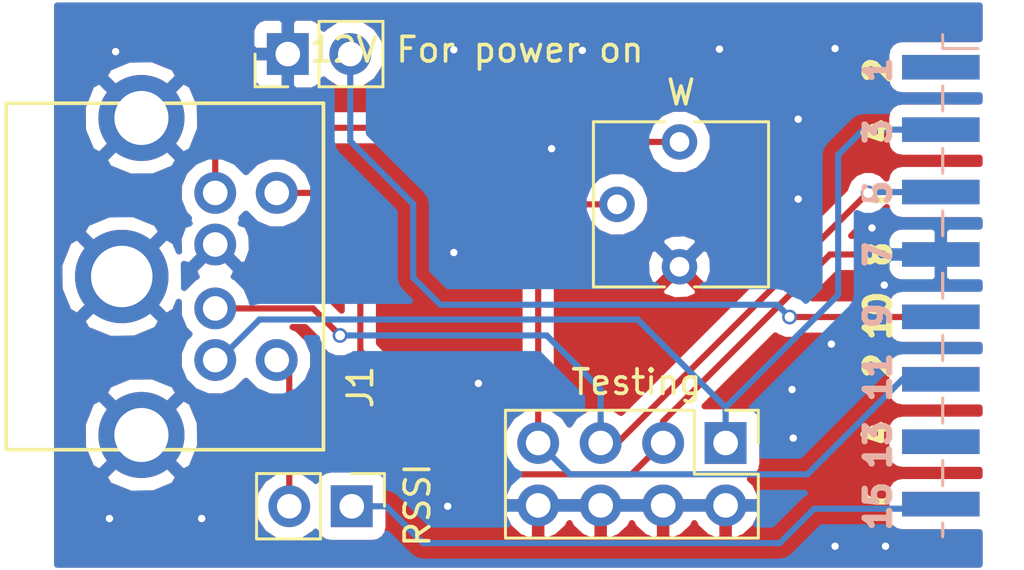
<source format=kicad_pcb>
(kicad_pcb (version 4) (host pcbnew 4.0.7)

  (general
    (links 42)
    (no_connects 0)
    (area 121.6 101.33 170.638096 126.47)
    (thickness 1.6)
    (drawings 21)
    (tracks 64)
    (zones 0)
    (modules 26)
    (nets 19)
  )

  (page A4)
  (layers
    (0 F.Cu signal)
    (31 B.Cu signal)
    (32 B.Adhes user)
    (33 F.Adhes user)
    (34 B.Paste user)
    (35 F.Paste user)
    (36 B.SilkS user)
    (37 F.SilkS user)
    (38 B.Mask user)
    (39 F.Mask user)
    (40 Dwgs.User user)
    (41 Cmts.User user)
    (42 Eco1.User user)
    (43 Eco2.User user)
    (44 Edge.Cuts user)
    (45 Margin user)
    (46 B.CrtYd user)
    (47 F.CrtYd user)
    (48 B.Fab user)
    (49 F.Fab user hide)
  )

  (setup
    (last_trace_width 0.25)
    (trace_clearance 0.2)
    (zone_clearance 0.508)
    (zone_45_only no)
    (trace_min 0.2)
    (segment_width 0.2)
    (edge_width 0.15)
    (via_size 0.6)
    (via_drill 0.4)
    (via_min_size 0.4)
    (via_min_drill 0.3)
    (uvia_size 0.3)
    (uvia_drill 0.1)
    (uvias_allowed no)
    (uvia_min_size 0.2)
    (uvia_min_drill 0.1)
    (pcb_text_width 0.3)
    (pcb_text_size 1.5 1.5)
    (mod_edge_width 0.15)
    (mod_text_size 1 1)
    (mod_text_width 0.15)
    (pad_size 0.6 0.6)
    (pad_drill 0.3)
    (pad_to_mask_clearance 0.2)
    (aux_axis_origin 0 0)
    (visible_elements 7FFFFF7F)
    (pcbplotparams
      (layerselection 0x00030_80000001)
      (usegerberextensions false)
      (excludeedgelayer true)
      (linewidth 0.100000)
      (plotframeref false)
      (viasonmask false)
      (mode 1)
      (useauxorigin false)
      (hpglpennumber 1)
      (hpglpenspeed 20)
      (hpglpendiameter 15)
      (hpglpenoverlay 2)
      (psnegative false)
      (psa4output false)
      (plotreference true)
      (plotvalue true)
      (plotinvisibletext false)
      (padsonsilk false)
      (subtractmaskfromsilk false)
      (outputformat 1)
      (mirror false)
      (drillshape 1)
      (scaleselection 1)
      (outputdirectory ""))
  )

  (net 0 "")
  (net 1 "Net-(J1-Pad5)")
  (net 2 "Net-(J1-Pad6)")
  (net 3 "Net-(J1-Pad3)")
  (net 4 "Net-(J1-Pad1)")
  (net 5 GND)
  (net 6 "Net-(J1-Pad4)")
  (net 7 "Net-(J4-Pad1)")
  (net 8 "Net-(J5-Pad1)")
  (net 9 "Net-(J5-Pad2)")
  (net 10 "Net-(J5-Pad4)")
  (net 11 "Net-(J5-Pad6)")
  (net 12 "Net-(J5-Pad9)")
  (net 13 "Net-(J5-Pad12)")
  (net 14 "Net-(J5-Pad13)")
  (net 15 "Net-(J5-Pad14)")
  (net 16 "Net-(J5-Pad16)")
  (net 17 "Net-(J5-Pad10)")
  (net 18 "Net-(J5-Pad11)")

  (net_class Default 这是默认网络组.
    (clearance 0.2)
    (trace_width 0.25)
    (via_dia 0.6)
    (via_drill 0.4)
    (uvia_dia 0.3)
    (uvia_drill 0.1)
    (add_net GND)
    (add_net "Net-(J1-Pad1)")
    (add_net "Net-(J1-Pad3)")
    (add_net "Net-(J1-Pad4)")
    (add_net "Net-(J1-Pad5)")
    (add_net "Net-(J1-Pad6)")
    (add_net "Net-(J4-Pad1)")
    (add_net "Net-(J5-Pad1)")
    (add_net "Net-(J5-Pad10)")
    (add_net "Net-(J5-Pad11)")
    (add_net "Net-(J5-Pad12)")
    (add_net "Net-(J5-Pad13)")
    (add_net "Net-(J5-Pad14)")
    (add_net "Net-(J5-Pad16)")
    (add_net "Net-(J5-Pad2)")
    (add_net "Net-(J5-Pad4)")
    (add_net "Net-(J5-Pad6)")
    (add_net "Net-(J5-Pad9)")
  )

  (module Pin_Header_Straight_2x08_Pitch2.54mm_SMD (layer B.Cu) (tedit 59DE347D) (tstamp 59DC5FAE)
    (at 157.525 113.525 180)
    (descr "surface-mounted straight pin header, 2x08, 2.54mm pitch, double rows")
    (tags "Surface mounted pin header SMD 2x08 2.54mm double row")
    (path /59DC916D)
    (attr smd)
    (fp_text reference J5 (at 0 11.22 180) (layer B.SilkS) hide
      (effects (font (size 1 1) (thickness 0.15)) (justify mirror))
    )
    (fp_text value Motorola (at -9.675 3.025 180) (layer B.Fab) hide
      (effects (font (size 1 1) (thickness 0.15)) (justify mirror))
    )
    (fp_line (start -2.6 -9.65) (end -2.6 -10.2) (layer F.SilkS) (width 0.12))
    (fp_line (start -2.6 -7.1) (end -2.6 -8.15) (layer F.SilkS) (width 0.12))
    (fp_line (start -2.6 -4.55) (end -2.6 -5.6) (layer F.SilkS) (width 0.12))
    (fp_line (start -2.6 -2) (end -2.6 -3.05) (layer F.SilkS) (width 0.12))
    (fp_line (start -2.6 0.5) (end -2.6 -0.5) (layer F.SilkS) (width 0.12))
    (fp_line (start -2.6 3.05) (end -2.6 2.05) (layer F.SilkS) (width 0.12))
    (fp_line (start -2.6 5.6) (end -2.6 4.6) (layer F.SilkS) (width 0.12))
    (fp_line (start -2.6 8.125) (end -2.6 7.125) (layer F.SilkS) (width 0.12))
    (fp_line (start -2.54 -10.16) (end -2.54 9.21) (layer B.Fab) (width 0.1))
    (fp_line (start -2.54 9.21) (end -3.6 9.21) (layer B.Fab) (width 0.1))
    (fp_line (start -3.6 9.21) (end -3.6 8.57) (layer B.Fab) (width 0.1))
    (fp_line (start -3.6 8.57) (end -2.54 8.57) (layer B.Fab) (width 0.1))
    (fp_line (start -2.54 6.67) (end -3.6 6.67) (layer B.Fab) (width 0.1))
    (fp_line (start -3.6 6.67) (end -3.6 6.03) (layer B.Fab) (width 0.1))
    (fp_line (start -3.6 6.03) (end -2.54 6.03) (layer B.Fab) (width 0.1))
    (fp_line (start -2.54 4.13) (end -3.6 4.13) (layer B.Fab) (width 0.1))
    (fp_line (start -3.6 4.13) (end -3.6 3.49) (layer B.Fab) (width 0.1))
    (fp_line (start -3.6 3.49) (end -2.54 3.49) (layer B.Fab) (width 0.1))
    (fp_line (start -2.54 1.59) (end -3.6 1.59) (layer B.Fab) (width 0.1))
    (fp_line (start -3.6 1.59) (end -3.6 0.95) (layer B.Fab) (width 0.1))
    (fp_line (start -3.6 0.95) (end -2.54 0.95) (layer B.Fab) (width 0.1))
    (fp_line (start -2.54 -0.95) (end -3.6 -0.95) (layer B.Fab) (width 0.1))
    (fp_line (start -3.6 -0.95) (end -3.6 -1.59) (layer B.Fab) (width 0.1))
    (fp_line (start -3.6 -1.59) (end -2.54 -1.59) (layer B.Fab) (width 0.1))
    (fp_line (start -2.54 -3.49) (end -3.6 -3.49) (layer B.Fab) (width 0.1))
    (fp_line (start -3.6 -3.49) (end -3.6 -4.13) (layer B.Fab) (width 0.1))
    (fp_line (start -3.6 -4.13) (end -2.54 -4.13) (layer B.Fab) (width 0.1))
    (fp_line (start -2.54 -6.03) (end -3.6 -6.03) (layer B.Fab) (width 0.1))
    (fp_line (start -3.6 -6.03) (end -3.6 -6.67) (layer B.Fab) (width 0.1))
    (fp_line (start -3.6 -6.67) (end -2.54 -6.67) (layer B.Fab) (width 0.1))
    (fp_line (start -2.54 -8.57) (end -3.6 -8.57) (layer B.Fab) (width 0.1))
    (fp_line (start -3.6 -8.57) (end -3.6 -9.21) (layer B.Fab) (width 0.1))
    (fp_line (start -3.6 -9.21) (end -2.54 -9.21) (layer B.Fab) (width 0.1))
    (fp_line (start -4.04 9.65) (end -2.6 9.65) (layer B.SilkS) (width 0.12))
    (fp_line (start -2.6 10.22) (end -2.6 9.65) (layer B.SilkS) (width 0.12))
    (fp_line (start -2.6 -9.65) (end -2.6 -10.22) (layer B.SilkS) (width 0.12))
    (fp_line (start -2.6 8.13) (end -2.6 7.11) (layer B.SilkS) (width 0.12))
    (fp_line (start -2.6 5.59) (end -2.6 4.57) (layer B.SilkS) (width 0.12))
    (fp_line (start -2.6 3.05) (end -2.6 2.03) (layer B.SilkS) (width 0.12))
    (fp_line (start -2.6 0.51) (end -2.6 -0.51) (layer B.SilkS) (width 0.12))
    (fp_line (start -2.6 -2.03) (end -2.6 -3.05) (layer B.SilkS) (width 0.12))
    (fp_line (start -2.6 -4.57) (end -2.6 -5.59) (layer B.SilkS) (width 0.12))
    (fp_line (start -2.6 -7.11) (end -2.6 -8.13) (layer B.SilkS) (width 0.12))
    (fp_line (start -5.9 10.7) (end -5.9 -10.7) (layer B.CrtYd) (width 0.05))
    (fp_line (start -5.9 -10.7) (end -0.85 -10.7) (layer B.CrtYd) (width 0.05))
    (fp_line (start -0.85 -10.7) (end -0.85 10.7) (layer B.CrtYd) (width 0.05))
    (fp_line (start -0.85 10.7) (end -5.9 10.7) (layer B.CrtYd) (width 0.05))
    (fp_text user %R (at 0 0 270) (layer B.Fab) hide
      (effects (font (size 1 1) (thickness 0.15)) (justify mirror))
    )
    (pad 1 smd rect (at -2.525 8.89 180) (size 3.15 1) (layers B.Cu B.Paste B.Mask)
      (net 8 "Net-(J5-Pad1)"))
    (pad 2 smd rect (at -2.525 8.89 180) (size 3.15 1) (layers F.Cu F.Paste F.Mask)
      (net 9 "Net-(J5-Pad2)"))
    (pad 3 smd rect (at -2.525 6.35 180) (size 3.15 1) (layers B.Cu B.Paste B.Mask)
      (net 3 "Net-(J1-Pad3)"))
    (pad 4 smd rect (at -2.525 6.35 180) (size 3.15 1) (layers F.Cu F.Paste F.Mask)
      (net 10 "Net-(J5-Pad4)"))
    (pad 5 smd rect (at -2.525 3.81 180) (size 3.15 1) (layers B.Cu B.Paste B.Mask)
      (net 4 "Net-(J1-Pad1)"))
    (pad 6 smd rect (at -2.525 3.81 180) (size 3.15 1) (layers F.Cu F.Paste F.Mask)
      (net 11 "Net-(J5-Pad6)"))
    (pad 7 smd rect (at -2.525 1.27 180) (size 3.15 1) (layers B.Cu B.Paste B.Mask)
      (net 5 GND))
    (pad 8 smd rect (at -2.525 1.27 180) (size 3.15 1) (layers F.Cu F.Paste F.Mask)
      (net 2 "Net-(J1-Pad6)"))
    (pad 9 smd rect (at -2.525 -1.27 180) (size 3.15 1) (layers B.Cu B.Paste B.Mask)
      (net 12 "Net-(J5-Pad9)"))
    (pad 10 smd rect (at -2.525 -1.27 180) (size 3.15 1) (layers F.Cu F.Paste F.Mask)
      (net 17 "Net-(J5-Pad10)"))
    (pad 11 smd rect (at -2.525 -3.81 180) (size 3.15 1) (layers B.Cu B.Paste B.Mask)
      (net 18 "Net-(J5-Pad11)"))
    (pad 12 smd rect (at -2.525 -3.81 180) (size 3.15 1) (layers F.Cu F.Paste F.Mask)
      (net 13 "Net-(J5-Pad12)"))
    (pad 13 smd rect (at -2.525 -6.35 180) (size 3.15 1) (layers B.Cu B.Paste B.Mask)
      (net 14 "Net-(J5-Pad13)"))
    (pad 14 smd rect (at -2.525 -6.35 180) (size 3.15 1) (layers F.Cu F.Paste F.Mask)
      (net 15 "Net-(J5-Pad14)"))
    (pad 15 smd rect (at -2.525 -8.89 180) (size 3.15 1) (layers B.Cu B.Paste B.Mask)
      (net 7 "Net-(J4-Pad1)"))
    (pad 16 smd rect (at -2.525 -8.89 180) (size 3.15 1) (layers F.Cu F.Paste F.Mask)
      (net 16 "Net-(J5-Pad16)"))
  )

  (module Pin_Headers:Pin_Header_Straight_1x02_Pitch2.54mm (layer F.Cu) (tedit 59DC732F) (tstamp 59DC5F9A)
    (at 136.1 122.5 270)
    (descr "Through hole straight pin header, 1x02, 2.54mm pitch, single row")
    (tags "Through hole pin header THT 1x02 2.54mm single row")
    (path /59DC8FE6)
    (fp_text reference J4 (at 0 -2.33 270) (layer F.SilkS) hide
      (effects (font (size 1 1) (thickness 0.15)))
    )
    (fp_text value RSSI (at -0.05 -2.675 270) (layer F.SilkS)
      (effects (font (size 1 1) (thickness 0.15)))
    )
    (fp_line (start -0.635 -1.27) (end 1.27 -1.27) (layer F.Fab) (width 0.1))
    (fp_line (start 1.27 -1.27) (end 1.27 3.81) (layer F.Fab) (width 0.1))
    (fp_line (start 1.27 3.81) (end -1.27 3.81) (layer F.Fab) (width 0.1))
    (fp_line (start -1.27 3.81) (end -1.27 -0.635) (layer F.Fab) (width 0.1))
    (fp_line (start -1.27 -0.635) (end -0.635 -1.27) (layer F.Fab) (width 0.1))
    (fp_line (start -1.33 3.87) (end 1.33 3.87) (layer F.SilkS) (width 0.12))
    (fp_line (start -1.33 1.27) (end -1.33 3.87) (layer F.SilkS) (width 0.12))
    (fp_line (start 1.33 1.27) (end 1.33 3.87) (layer F.SilkS) (width 0.12))
    (fp_line (start -1.33 1.27) (end 1.33 1.27) (layer F.SilkS) (width 0.12))
    (fp_line (start -1.33 0) (end -1.33 -1.33) (layer F.SilkS) (width 0.12))
    (fp_line (start -1.33 -1.33) (end 0 -1.33) (layer F.SilkS) (width 0.12))
    (fp_line (start -1.8 -1.8) (end -1.8 4.35) (layer F.CrtYd) (width 0.05))
    (fp_line (start -1.8 4.35) (end 1.8 4.35) (layer F.CrtYd) (width 0.05))
    (fp_line (start 1.8 4.35) (end 1.8 -1.8) (layer F.CrtYd) (width 0.05))
    (fp_line (start 1.8 -1.8) (end -1.8 -1.8) (layer F.CrtYd) (width 0.05))
    (fp_text user %R (at 0 1.27 360) (layer F.Fab)
      (effects (font (size 1 1) (thickness 0.15)))
    )
    (pad 1 thru_hole rect (at 0 0 270) (size 1.7 1.7) (drill 1) (layers *.Cu *.Mask)
      (net 7 "Net-(J4-Pad1)"))
    (pad 2 thru_hole oval (at 0 2.54 270) (size 1.7 1.7) (drill 1) (layers *.Cu *.Mask)
      (net 1 "Net-(J1-Pad5)"))
    (model ${KISYS3DMOD}/Pin_Headers.3dshapes/Pin_Header_Straight_1x02_Pitch2.54mm.wrl
      (at (xyz 0 0 0))
      (scale (xyz 1 1 1))
      (rotate (xyz 0 0 0))
    )
  )

  (module Pin_Headers:Pin_Header_Straight_2x04_Pitch2.54mm (layer F.Cu) (tedit 59DC7302) (tstamp 59DC5FBA)
    (at 151.3 119.925 270)
    (descr "Through hole straight pin header, 2x04, 2.54mm pitch, double rows")
    (tags "Through hole pin header THT 2x04 2.54mm double row")
    (path /59DC8FAA)
    (fp_text reference J6 (at 1.27 -2.33 270) (layer F.SilkS) hide
      (effects (font (size 1 1) (thickness 0.15)))
    )
    (fp_text value Testing (at -2.475 3.625 360) (layer F.SilkS)
      (effects (font (size 1 1) (thickness 0.15)))
    )
    (fp_line (start 0 -1.27) (end 3.81 -1.27) (layer F.Fab) (width 0.1))
    (fp_line (start 3.81 -1.27) (end 3.81 8.89) (layer F.Fab) (width 0.1))
    (fp_line (start 3.81 8.89) (end -1.27 8.89) (layer F.Fab) (width 0.1))
    (fp_line (start -1.27 8.89) (end -1.27 0) (layer F.Fab) (width 0.1))
    (fp_line (start -1.27 0) (end 0 -1.27) (layer F.Fab) (width 0.1))
    (fp_line (start -1.33 8.95) (end 3.87 8.95) (layer F.SilkS) (width 0.12))
    (fp_line (start -1.33 1.27) (end -1.33 8.95) (layer F.SilkS) (width 0.12))
    (fp_line (start 3.87 -1.33) (end 3.87 8.95) (layer F.SilkS) (width 0.12))
    (fp_line (start -1.33 1.27) (end 1.27 1.27) (layer F.SilkS) (width 0.12))
    (fp_line (start 1.27 1.27) (end 1.27 -1.33) (layer F.SilkS) (width 0.12))
    (fp_line (start 1.27 -1.33) (end 3.87 -1.33) (layer F.SilkS) (width 0.12))
    (fp_line (start -1.33 0) (end -1.33 -1.33) (layer F.SilkS) (width 0.12))
    (fp_line (start -1.33 -1.33) (end 0 -1.33) (layer F.SilkS) (width 0.12))
    (fp_line (start -1.8 -1.8) (end -1.8 9.4) (layer F.CrtYd) (width 0.05))
    (fp_line (start -1.8 9.4) (end 4.35 9.4) (layer F.CrtYd) (width 0.05))
    (fp_line (start 4.35 9.4) (end 4.35 -1.8) (layer F.CrtYd) (width 0.05))
    (fp_line (start 4.35 -1.8) (end -1.8 -1.8) (layer F.CrtYd) (width 0.05))
    (fp_text user %R (at 1.27 3.81 360) (layer F.Fab)
      (effects (font (size 1 1) (thickness 0.15)))
    )
    (pad 1 thru_hole rect (at 0 0 270) (size 1.7 1.7) (drill 1) (layers *.Cu *.Mask)
      (net 3 "Net-(J1-Pad3)"))
    (pad 2 thru_hole oval (at 2.54 0 270) (size 1.7 1.7) (drill 1) (layers *.Cu *.Mask)
      (net 5 GND))
    (pad 3 thru_hole oval (at 0 2.54 270) (size 1.7 1.7) (drill 1) (layers *.Cu *.Mask)
      (net 2 "Net-(J1-Pad6)"))
    (pad 4 thru_hole oval (at 2.54 2.54 270) (size 1.7 1.7) (drill 1) (layers *.Cu *.Mask)
      (net 5 GND))
    (pad 5 thru_hole oval (at 0 5.08 270) (size 1.7 1.7) (drill 1) (layers *.Cu *.Mask)
      (net 4 "Net-(J1-Pad1)"))
    (pad 6 thru_hole oval (at 2.54 5.08 270) (size 1.7 1.7) (drill 1) (layers *.Cu *.Mask)
      (net 5 GND))
    (pad 7 thru_hole oval (at 0 7.62 270) (size 1.7 1.7) (drill 1) (layers *.Cu *.Mask)
      (net 18 "Net-(J5-Pad11)"))
    (pad 8 thru_hole oval (at 2.54 7.62 270) (size 1.7 1.7) (drill 1) (layers *.Cu *.Mask)
      (net 5 GND))
    (model ${KISYS3DMOD}/Pin_Headers.3dshapes/Pin_Header_Straight_2x04_Pitch2.54mm.wrl
      (at (xyz 0 0 0))
      (scale (xyz 1 1 1))
      (rotate (xyz 0 0 0))
    )
  )

  (module Pin_Headers:Pin_Header_Straight_1x02_Pitch2.54mm (layer F.Cu) (tedit 5A43B053) (tstamp 59DC5FC0)
    (at 133.5 104.1 90)
    (descr "Through hole straight pin header, 1x02, 2.54mm pitch, single row")
    (tags "Through hole pin header THT 1x02 2.54mm single row")
    (path /59DC8F31)
    (fp_text reference J7 (at 0 -2.33 90) (layer F.SilkS) hide
      (effects (font (size 1 1) (thickness 0.15)))
    )
    (fp_text value "12V For power on" (at 0.175 7.675 180) (layer F.SilkS)
      (effects (font (size 1 1) (thickness 0.15)))
    )
    (fp_line (start -0.635 -1.27) (end 1.27 -1.27) (layer F.Fab) (width 0.1))
    (fp_line (start 1.27 -1.27) (end 1.27 3.81) (layer F.Fab) (width 0.1))
    (fp_line (start 1.27 3.81) (end -1.27 3.81) (layer F.Fab) (width 0.1))
    (fp_line (start -1.27 3.81) (end -1.27 -0.635) (layer F.Fab) (width 0.1))
    (fp_line (start -1.27 -0.635) (end -0.635 -1.27) (layer F.Fab) (width 0.1))
    (fp_line (start -1.33 3.87) (end 1.33 3.87) (layer F.SilkS) (width 0.12))
    (fp_line (start -1.33 1.27) (end -1.33 3.87) (layer F.SilkS) (width 0.12))
    (fp_line (start 1.33 1.27) (end 1.33 3.87) (layer F.SilkS) (width 0.12))
    (fp_line (start -1.33 1.27) (end 1.33 1.27) (layer F.SilkS) (width 0.12))
    (fp_line (start -1.33 0) (end -1.33 -1.33) (layer F.SilkS) (width 0.12))
    (fp_line (start -1.33 -1.33) (end 0 -1.33) (layer F.SilkS) (width 0.12))
    (fp_line (start -1.8 -1.8) (end -1.8 4.35) (layer F.CrtYd) (width 0.05))
    (fp_line (start -1.8 4.35) (end 1.8 4.35) (layer F.CrtYd) (width 0.05))
    (fp_line (start 1.8 4.35) (end 1.8 -1.8) (layer F.CrtYd) (width 0.05))
    (fp_line (start 1.8 -1.8) (end -1.8 -1.8) (layer F.CrtYd) (width 0.05))
    (fp_text user %R (at 0 1.27 180) (layer F.Fab)
      (effects (font (size 1 1) (thickness 0.15)))
    )
    (pad 1 thru_hole rect (at 0 0 90) (size 1.7 1.7) (drill 1) (layers *.Cu *.Mask)
      (net 5 GND))
    (pad 2 thru_hole oval (at 0 2.54 90) (size 1.7 1.7) (drill 1) (layers *.Cu *.Mask)
      (net 17 "Net-(J5-Pad10)"))
    (model ${KISYS3DMOD}/Pin_Headers.3dshapes/Pin_Header_Straight_1x02_Pitch2.54mm.wrl
      (at (xyz 0 0 0))
      (scale (xyz 1 1 1))
      (rotate (xyz 0 0 0))
    )
  )

  (module Potentiometers:Potentiometer_Trimmer_Vishay_T73YP_Horizontal (layer F.Cu) (tedit 59DC735D) (tstamp 59DC5FC7)
    (at 149.425 107.675 180)
    (descr "Potentiometer, horizontally mounted, Omeg PC16PU, Omeg PC16PU, Omeg PC16PU, Vishay/Spectrol 248GJ/249GJ Single, Vishay/Spectrol 248GJ/249GJ Single, Vishay/Spectrol 248GJ/249GJ Single, Vishay/Spectrol 248GH/249GH Single, Vishay/Spectrol 148/149 Single, Vishay/Spectrol 148/149 Single, Vishay/Spectrol 148/149 Single, Vishay/Spectrol 148A/149A Single with mounting plates, Vishay/Spectrol 148/149 Double, Vishay/Spectrol 148A/149A Double with mounting plates, Piher PC-16 Single, Piher PC-16 Single, Piher PC-16 Single, Piher PC-16SV Single, Piher PC-16 Double, Piher PC-16 Triple, Piher T16H Single, Piher T16L Single, Piher T16H Double, Alps RK163 Single, Alps RK163 Double, Alps RK097 Single, Alps RK097 Double, Bourns PTV09A-2 Single with mounting sleve Single, Bourns PTV09A-1 with mounting sleve Single, Bourns PRS11S Single, Alps RK09K Single with mounting sleve Single, Alps RK09K with mounting sleve Single, Alps RK09L Single, Alps RK09L Single, Alps RK09L Double, Alps RK09L Double, Alps RK09Y Single, Bourns 3339S Single, Bourns 3339S Single, Bourns 3339P Single, Bourns 3339H Single, Vishay T7YA Single, Suntan TSR-3386H Single, Suntan TSR-3386H Single, Suntan TSR-3386P Single, Vishay T73XX Single, Vishay T73XX Single, Vishay T73YP Single, http://www.vishay.com/docs/51016/t73.pdf")
    (tags "Potentiometer horizontal  Omeg PC16PU  Omeg PC16PU  Omeg PC16PU  Vishay/Spectrol 248GJ/249GJ Single  Vishay/Spectrol 248GJ/249GJ Single  Vishay/Spectrol 248GJ/249GJ Single  Vishay/Spectrol 248GH/249GH Single  Vishay/Spectrol 148/149 Single  Vishay/Spectrol 148/149 Single  Vishay/Spectrol 148/149 Single  Vishay/Spectrol 148A/149A Single with mounting plates  Vishay/Spectrol 148/149 Double  Vishay/Spectrol 148A/149A Double with mounting plates  Piher PC-16 Single  Piher PC-16 Single  Piher PC-16 Single  Piher PC-16SV Single  Piher PC-16 Double  Piher PC-16 Triple  Piher T16H Single  Piher T16L Single  Piher T16H Double  Alps RK163 Single  Alps RK163 Double  Alps RK097 Single  Alps RK097 Double  Bourns PTV09A-2 Single with mounting sleve Single  Bourns PTV09A-1 with mounting sleve Single  Bourns PRS11S Single  Alps RK09K Single with mounting sleve Single  Alps RK09K with mounting sleve Single  Alps RK09L Single  Alps RK09L Single  Alps RK09L Double  Alps RK09L Double  Alps RK09Y Single  Bourns 3339S Single  Bourns 3339S Single  Bourns 3339P Single  Bourns 3339H Single  Vishay T7YA Single  Suntan TSR-3386H Single  Suntan TSR-3386H Single  Suntan TSR-3386P Single  Vishay T73XX Single  Vishay T73XX Single  Vishay T73YP Single")
    (path /59DCAAE1)
    (fp_text reference W1 (at -0.06 -7.09 180) (layer F.SilkS) hide
      (effects (font (size 1 1) (thickness 0.15)))
    )
    (fp_text value W (at -0.06 2.01 180) (layer F.SilkS)
      (effects (font (size 1 1) (thickness 0.15)))
    )
    (fp_circle (center 0.24 -2.54) (end 1.74 -2.54) (layer F.Fab) (width 0.1))
    (fp_circle (center 0.24 -2.54) (end 1.74 -2.54) (layer F.Fab) (width 0.1))
    (fp_line (start -3.56 -5.84) (end -3.56 0.76) (layer F.Fab) (width 0.1))
    (fp_line (start -3.56 0.76) (end 3.44 0.76) (layer F.Fab) (width 0.1))
    (fp_line (start 3.44 0.76) (end 3.44 -5.84) (layer F.Fab) (width 0.1))
    (fp_line (start 3.44 -5.84) (end -3.56 -5.84) (layer F.Fab) (width 0.1))
    (fp_line (start -0.961 -2.616) (end 0.164 -2.616) (layer F.Fab) (width 0.1))
    (fp_line (start 0.164 -2.616) (end 0.164 -3.741) (layer F.Fab) (width 0.1))
    (fp_line (start 0.164 -3.741) (end 0.316 -3.741) (layer F.Fab) (width 0.1))
    (fp_line (start 0.316 -3.741) (end 0.316 -2.616) (layer F.Fab) (width 0.1))
    (fp_line (start 0.316 -2.616) (end 1.441 -2.616) (layer F.Fab) (width 0.1))
    (fp_line (start 1.441 -2.616) (end 1.441 -2.464) (layer F.Fab) (width 0.1))
    (fp_line (start 1.441 -2.464) (end 0.316 -2.464) (layer F.Fab) (width 0.1))
    (fp_line (start 0.316 -2.464) (end 0.316 -1.339) (layer F.Fab) (width 0.1))
    (fp_line (start 0.316 -1.339) (end 0.164 -1.339) (layer F.Fab) (width 0.1))
    (fp_line (start 0.164 -1.339) (end 0.164 -2.464) (layer F.Fab) (width 0.1))
    (fp_line (start 0.164 -2.464) (end -0.961 -2.464) (layer F.Fab) (width 0.1))
    (fp_line (start -0.961 -2.464) (end -0.961 -2.616) (layer F.Fab) (width 0.1))
    (fp_line (start -3.62 -5.9) (end -0.611 -5.9) (layer F.SilkS) (width 0.12))
    (fp_line (start 0.611 -5.9) (end 3.5 -5.9) (layer F.SilkS) (width 0.12))
    (fp_line (start -3.62 0.82) (end -0.611 0.82) (layer F.SilkS) (width 0.12))
    (fp_line (start 0.611 0.82) (end 3.5 0.82) (layer F.SilkS) (width 0.12))
    (fp_line (start -3.62 -5.9) (end -3.62 0.82) (layer F.SilkS) (width 0.12))
    (fp_line (start 3.5 -5.9) (end 3.5 0.82) (layer F.SilkS) (width 0.12))
    (fp_line (start -3.85 -6.1) (end -3.85 1.05) (layer F.CrtYd) (width 0.05))
    (fp_line (start -3.85 1.05) (end 3.7 1.05) (layer F.CrtYd) (width 0.05))
    (fp_line (start 3.7 1.05) (end 3.7 -6.1) (layer F.CrtYd) (width 0.05))
    (fp_line (start 3.7 -6.1) (end -3.85 -6.1) (layer F.CrtYd) (width 0.05))
    (pad 3 thru_hole circle (at 0 -5.08 180) (size 1.44 1.44) (drill 0.8) (layers *.Cu *.Mask)
      (net 5 GND))
    (pad 2 thru_hole circle (at 2.54 -2.54 180) (size 1.44 1.44) (drill 0.8) (layers *.Cu *.Mask)
      (net 18 "Net-(J5-Pad11)"))
    (pad 1 thru_hole circle (at 0 0 180) (size 1.44 1.44) (drill 0.8) (layers *.Cu *.Mask)
      (net 6 "Net-(J1-Pad4)"))
    (model Potentiometers.3dshapes/Potentiometer_Trimmer_Vishay_T73YP_Horizontal.wrl
      (at (xyz 0 0 0))
      (scale (xyz 0.393701 0.393701 0.393701))
      (rotate (xyz 0 0 0))
    )
  )

  (module bh7njf_mod:VIA-0.6mm (layer F.Cu) (tedit 59DC64E8) (tstamp 59DC642E)
    (at 157.75 113.5)
    (fp_text reference REF** (at 0 1.27) (layer F.SilkS) hide
      (effects (font (size 1 1) (thickness 0.15)))
    )
    (fp_text value VIA-0.6mm (at 0 -1.27) (layer F.Fab) hide
      (effects (font (size 1 1) (thickness 0.15)))
    )
    (pad 1 thru_hole circle (at 0 0) (size 0.6 0.6) (drill 0.3) (layers *.Cu)
      (net 5 GND) (zone_connect 2))
  )

  (module bh7njf_mod:VIA-0.6mm (layer F.Cu) (tedit 59DC64B6) (tstamp 59DC6436)
    (at 154.25 106.75)
    (fp_text reference REF** (at 0 1.27) (layer F.SilkS) hide
      (effects (font (size 1 1) (thickness 0.15)))
    )
    (fp_text value VIA-0.6mm (at 0 -1.27) (layer F.Fab) hide
      (effects (font (size 1 1) (thickness 0.15)))
    )
    (pad 1 thru_hole circle (at 0 0) (size 0.6 0.6) (drill 0.3) (layers *.Cu)
      (net 5 GND) (zone_connect 2))
  )

  (module bh7njf_mod:VIA-0.6mm (layer F.Cu) (tedit 59DC64BB) (tstamp 59DC6437)
    (at 154.25 110)
    (fp_text reference REF** (at 0 1.27) (layer F.SilkS) hide
      (effects (font (size 1 1) (thickness 0.15)))
    )
    (fp_text value VIA-0.6mm (at 0 -1.27) (layer F.Fab) hide
      (effects (font (size 1 1) (thickness 0.15)))
    )
    (pad 1 thru_hole circle (at 0 0) (size 0.6 0.6) (drill 0.3) (layers *.Cu)
      (net 5 GND) (zone_connect 2))
  )

  (module bh7njf_mod:VIA-0.6mm (layer F.Cu) (tedit 59DC64AE) (tstamp 59DC643A)
    (at 155.75 103.875)
    (fp_text reference REF** (at 0 1.27) (layer F.SilkS) hide
      (effects (font (size 1 1) (thickness 0.15)))
    )
    (fp_text value VIA-0.6mm (at 0 -1.27) (layer F.Fab) hide
      (effects (font (size 1 1) (thickness 0.15)))
    )
    (pad 1 thru_hole circle (at 0 0) (size 0.6 0.6) (drill 0.3) (layers *.Cu)
      (net 5 GND) (zone_connect 2))
  )

  (module bh7njf_mod:VIA-0.6mm (layer F.Cu) (tedit 59DC64BF) (tstamp 59DC643D)
    (at 144.225 107.95)
    (fp_text reference REF** (at 0 1.27) (layer F.SilkS) hide
      (effects (font (size 1 1) (thickness 0.15)))
    )
    (fp_text value VIA-0.6mm (at 0 -1.27) (layer F.Fab) hide
      (effects (font (size 1 1) (thickness 0.15)))
    )
    (pad 1 thru_hole circle (at 0 0) (size 0.6 0.6) (drill 0.3) (layers *.Cu)
      (net 5 GND) (zone_connect 2))
  )

  (module bh7njf_mod:VIA-0.6mm (layer F.Cu) (tedit 59DC64C6) (tstamp 59DC6441)
    (at 140.25 112.175)
    (fp_text reference REF** (at 0 1.27) (layer F.SilkS) hide
      (effects (font (size 1 1) (thickness 0.15)))
    )
    (fp_text value VIA-0.6mm (at 0 -1.27) (layer F.Fab) hide
      (effects (font (size 1 1) (thickness 0.15)))
    )
    (pad 1 thru_hole circle (at 0 0) (size 0.6 0.6) (drill 0.3) (layers *.Cu)
      (net 5 GND) (zone_connect 2))
  )

  (module bh7njf_mod:VIA-0.6mm (layer F.Cu) (tedit 59DC64D0) (tstamp 59DC6445)
    (at 154.05 119.725)
    (fp_text reference REF** (at 0 1.27) (layer F.SilkS) hide
      (effects (font (size 1 1) (thickness 0.15)))
    )
    (fp_text value VIA-0.6mm (at 0 -1.27) (layer F.Fab) hide
      (effects (font (size 1 1) (thickness 0.15)))
    )
    (pad 1 thru_hole circle (at 0 0) (size 0.6 0.6) (drill 0.3) (layers *.Cu)
      (net 5 GND) (zone_connect 2))
  )

  (module bh7njf_mod:VIA-0.6mm (layer F.Cu) (tedit 59DC64CC) (tstamp 59DC6447)
    (at 141.25 117.5)
    (fp_text reference REF** (at 0 1.27) (layer F.SilkS) hide
      (effects (font (size 1 1) (thickness 0.15)))
    )
    (fp_text value VIA-0.6mm (at 0 -1.27) (layer F.Fab) hide
      (effects (font (size 1 1) (thickness 0.15)))
    )
    (pad 1 thru_hole circle (at 0 0) (size 0.6 0.6) (drill 0.3) (layers *.Cu)
      (net 5 GND) (zone_connect 2))
  )

  (module bh7njf_mod:VIA-0.6mm (layer F.Cu) (tedit 59DC64D5) (tstamp 59DC644A)
    (at 140 122.5)
    (fp_text reference REF** (at 0 1.27) (layer F.SilkS) hide
      (effects (font (size 1 1) (thickness 0.15)))
    )
    (fp_text value VIA-0.6mm (at 0 -1.27) (layer F.Fab) hide
      (effects (font (size 1 1) (thickness 0.15)))
    )
    (pad 1 thru_hole circle (at 0 0) (size 0.6 0.6) (drill 0.3) (layers *.Cu)
      (net 5 GND) (zone_connect 2))
  )

  (module bh7njf_mod:VIA-0.6mm (layer F.Cu) (tedit 59DC64DA) (tstamp 59DC644D)
    (at 126.25 123)
    (fp_text reference REF** (at 0 1.27) (layer F.SilkS) hide
      (effects (font (size 1 1) (thickness 0.15)))
    )
    (fp_text value VIA-0.6mm (at 0 -1.27) (layer F.Fab) hide
      (effects (font (size 1 1) (thickness 0.15)))
    )
    (pad 1 thru_hole circle (at 0 0) (size 0.6 0.6) (drill 0.3) (layers *.Cu)
      (net 5 GND) (zone_connect 2))
  )

  (module bh7njf_mod:VIA-0.6mm (layer F.Cu) (tedit 59DC64E1) (tstamp 59DC644F)
    (at 130 123)
    (fp_text reference REF** (at 0 1.27) (layer F.SilkS) hide
      (effects (font (size 1 1) (thickness 0.15)))
    )
    (fp_text value VIA-0.6mm (at 0 -1.27) (layer F.Fab) hide
      (effects (font (size 1 1) (thickness 0.15)))
    )
    (pad 1 thru_hole circle (at 0 0) (size 0.6 0.6) (drill 0.3) (layers *.Cu)
      (net 5 GND) (zone_connect 2))
  )

  (module bh7njf_mod:VIA-0.6mm (layer F.Cu) (tedit 59DC64FA) (tstamp 59DC6452)
    (at 151.05 103.9)
    (fp_text reference REF** (at 0 1.27) (layer F.SilkS) hide
      (effects (font (size 1 1) (thickness 0.15)))
    )
    (fp_text value VIA-0.6mm (at 0 -1.27) (layer F.Fab) hide
      (effects (font (size 1 1) (thickness 0.15)))
    )
    (pad 1 thru_hole circle (at 0 0) (size 0.6 0.6) (drill 0.3) (layers *.Cu)
      (net 5 GND) (zone_connect 2))
  )

  (module bh7njf_mod:VIA-0.6mm (layer F.Cu) (tedit 59DC64ED) (tstamp 59DC6454)
    (at 154 117.75)
    (fp_text reference REF** (at 0 1.27) (layer F.SilkS) hide
      (effects (font (size 1 1) (thickness 0.15)))
    )
    (fp_text value VIA-0.6mm (at 0 -1.27) (layer F.Fab) hide
      (effects (font (size 1 1) (thickness 0.15)))
    )
    (pad 1 thru_hole circle (at 0 0) (size 0.6 0.6) (drill 0.3) (layers *.Cu)
      (net 5 GND) (zone_connect 2))
  )

  (module bh7njf_mod:VIA-0.6mm (layer F.Cu) (tedit 59DC64F5) (tstamp 59DC6457)
    (at 155.6 115.9)
    (fp_text reference REF** (at 0 1.27) (layer F.SilkS) hide
      (effects (font (size 1 1) (thickness 0.15)))
    )
    (fp_text value VIA-0.6mm (at 0 -1.27) (layer F.Fab) hide
      (effects (font (size 1 1) (thickness 0.15)))
    )
    (pad 1 thru_hole circle (at 0 0) (size 0.6 0.6) (drill 0.3) (layers *.Cu)
      (net 5 GND) (zone_connect 2))
  )

  (module bh7njf_mod:VIA-0.6mm (layer F.Cu) (tedit 59DC649C) (tstamp 59DC6459)
    (at 145.475 103.95)
    (fp_text reference REF** (at 0 1.27) (layer F.SilkS) hide
      (effects (font (size 1 1) (thickness 0.15)))
    )
    (fp_text value VIA-0.6mm (at 0 -1.27) (layer F.Fab) hide
      (effects (font (size 1 1) (thickness 0.15)))
    )
    (pad 1 thru_hole circle (at 0 0) (size 0.6 0.6) (drill 0.3) (layers *.Cu)
      (net 5 GND) (zone_connect 2))
  )

  (module bh7njf_mod:VIA-0.6mm (layer F.Cu) (tedit 59DC6497) (tstamp 59DC6461)
    (at 140.25 103.925)
    (fp_text reference REF** (at 0 1.27) (layer F.SilkS) hide
      (effects (font (size 1 1) (thickness 0.15)))
    )
    (fp_text value VIA-0.6mm (at 0 -1.27) (layer F.Fab) hide
      (effects (font (size 1 1) (thickness 0.15)))
    )
    (pad 1 thru_hole circle (at 0 0) (size 0.6 0.6) (drill 0.3) (layers *.Cu)
      (net 5 GND) (zone_connect 2))
  )

  (module bh7njf_mod:VIA-0.6mm (layer F.Cu) (tedit 59DC6491) (tstamp 59DC6464)
    (at 126.5 104)
    (fp_text reference REF** (at 0 1.27) (layer F.SilkS) hide
      (effects (font (size 1 1) (thickness 0.15)))
    )
    (fp_text value VIA-0.6mm (at 0 -1.27) (layer F.Fab) hide
      (effects (font (size 1 1) (thickness 0.15)))
    )
    (pad 1 thru_hole circle (at 0 0) (size 0.6 0.6) (drill 0.3) (layers *.Cu)
      (net 5 GND) (zone_connect 2))
  )

  (module bh7njf_mod:VIA-0.6mm (layer F.Cu) (tedit 59DC6710) (tstamp 59DC66EC)
    (at 157.8 124.125)
    (fp_text reference REF** (at 0 1.27) (layer F.SilkS) hide
      (effects (font (size 1 1) (thickness 0.15)))
    )
    (fp_text value VIA-0.6mm (at 0 -1.27) (layer F.Fab) hide
      (effects (font (size 1 1) (thickness 0.15)))
    )
    (pad 1 thru_hole circle (at 0 0) (size 0.6 0.6) (drill 0.3) (layers *.Cu)
      (net 5 GND) (zone_connect 2))
  )

  (module bh7njf_mod:VIA-0.6mm (layer F.Cu) (tedit 59DC670C) (tstamp 59DC66F0)
    (at 155.75 124.125)
    (fp_text reference REF** (at 0 1.27) (layer F.SilkS) hide
      (effects (font (size 1 1) (thickness 0.15)))
    )
    (fp_text value VIA-0.6mm (at 0 -1.27) (layer F.Fab) hide
      (effects (font (size 1 1) (thickness 0.15)))
    )
    (pad 1 thru_hole circle (at 0 0) (size 0.6 0.6) (drill 0.3) (layers *.Cu)
      (net 5 GND) (zone_connect 2))
  )

  (module bh7njf_mod:VIA-0.6mm (layer F.Cu) (tedit 59DC6708) (tstamp 59DC66F4)
    (at 157.25 111.175)
    (fp_text reference REF** (at 0 1.27) (layer F.SilkS) hide
      (effects (font (size 1 1) (thickness 0.15)))
    )
    (fp_text value VIA-0.6mm (at 0 -1.27) (layer F.Fab) hide
      (effects (font (size 1 1) (thickness 0.15)))
    )
    (pad 1 thru_hole circle (at 0 0) (size 0.6 0.6) (drill 0.3) (layers *.Cu)
      (net 5 GND) (zone_connect 2))
  )

  (module bh7njf_mod:ps2 (layer F.Cu) (tedit 5A44EB80) (tstamp 5A450F15)
    (at 122.05 120.2 90)
    (path /59DC9D81)
    (fp_text reference J1 (at 2.55 14.4 90) (layer F.SilkS)
      (effects (font (size 1 1) (thickness 0.15)))
    )
    (fp_text value "To interface" (at 11.6 14.475 90) (layer F.Fab)
      (effects (font (size 1 1) (thickness 0.15)))
    )
    (fp_line (start 14.1 0) (end 14.1 12.9) (layer F.SilkS) (width 0.15))
    (fp_line (start 0 12.9) (end 14.1 12.9) (layer F.SilkS) (width 0.15))
    (fp_line (start 0 0) (end 14.1 0) (layer F.SilkS) (width 0.15))
    (fp_line (start 0 0) (end 0 12.9) (layer F.SilkS) (width 0.15))
    (pad 6 thru_hole circle (at 10.45 11 90) (size 1.7 1.7) (drill 1) (layers *.Cu *.Mask)
      (net 2 "Net-(J1-Pad6)"))
    (pad 5 thru_hole circle (at 3.65 11 90) (size 1.7 1.7) (drill 1) (layers *.Cu *.Mask)
      (net 1 "Net-(J1-Pad5)"))
    (pad 4 thru_hole circle (at 10.45 8.5 90) (size 1.7 1.7) (drill 1) (layers *.Cu *.Mask)
      (net 6 "Net-(J1-Pad4)"))
    (pad 2 thru_hole circle (at 8.35 8.5 90) (size 1.7 1.7) (drill 1) (layers *.Cu *.Mask)
      (net 5 GND))
    (pad 1 thru_hole circle (at 5.75 8.5 90) (size 1.7 1.7) (drill 1) (layers *.Cu *.Mask)
      (net 4 "Net-(J1-Pad1)"))
    (pad 2 thru_hole circle (at 13.5 5.5 90) (size 3.5 3.5) (drill 2.2) (layers *.Cu *.Mask)
      (net 5 GND))
    (pad 2 thru_hole circle (at 7.05 4.7 90) (size 3.8 3.8) (drill 2.5) (layers *.Cu *.Mask)
      (net 5 GND))
    (pad 2 thru_hole circle (at 0.6 5.5 90) (size 3.5 3.5) (drill 2.2) (layers *.Cu *.Mask)
      (net 5 GND))
    (pad 3 thru_hole circle (at 3.65 8.5 90) (size 1.7 1.7) (drill 1) (layers *.Cu *.Mask)
      (net 3 "Net-(J1-Pad3)"))
  )

  (gr_text 1 (at 157.5 104.75 90) (layer B.SilkS)
    (effects (font (size 1 1) (thickness 0.25)))
  )
  (gr_text 3 (at 157.5 107.25 90) (layer B.SilkS)
    (effects (font (size 1 1) (thickness 0.25)))
  )
  (gr_text 5 (at 157.5 109.75 90) (layer B.SilkS)
    (effects (font (size 1 1) (thickness 0.25)))
  )
  (gr_text 7 (at 157.5 112.25 90) (layer B.SilkS)
    (effects (font (size 1 1) (thickness 0.25)))
  )
  (gr_text 9 (at 157.5 114.75 90) (layer B.SilkS)
    (effects (font (size 1 1) (thickness 0.25)))
  )
  (gr_text 11 (at 157.5 117.25 90) (layer B.SilkS)
    (effects (font (size 1 1) (thickness 0.25)))
  )
  (gr_text 13 (at 157.5 120 90) (layer B.SilkS)
    (effects (font (size 1 1) (thickness 0.25)))
  )
  (gr_text 15 (at 157.5 122.5 90) (layer B.SilkS)
    (effects (font (size 1 1) (thickness 0.25)))
  )
  (gr_text 16 (at 157.5 122.5 90) (layer F.SilkS)
    (effects (font (size 1 1) (thickness 0.25)))
  )
  (gr_text 14 (at 157.5 120 90) (layer F.SilkS)
    (effects (font (size 1 1) (thickness 0.25)))
  )
  (gr_text 12 (at 157.5 117.25 90) (layer F.SilkS)
    (effects (font (size 1 1) (thickness 0.25)))
  )
  (gr_text 10 (at 157.5 114.75 90) (layer F.SilkS)
    (effects (font (size 1 1) (thickness 0.25)))
  )
  (gr_text 8 (at 157.5 112.25 90) (layer F.SilkS)
    (effects (font (size 1 1) (thickness 0.25)))
  )
  (gr_text 6 (at 157.5 109.75 90) (layer F.SilkS)
    (effects (font (size 1 1) (thickness 0.25)))
  )
  (gr_text 4 (at 157.5 107.25 90) (layer F.SilkS)
    (effects (font (size 1 1) (thickness 0.25)))
  )
  (gr_text 2 (at 157.5 104.75 90) (layer F.SilkS)
    (effects (font (size 1 1) (thickness 0.25)))
  )
  (gr_line (start 161.75 125) (end 161.75 124.75) (angle 90) (layer B.CrtYd) (width 0.2))
  (gr_line (start 124 125) (end 161.75 125) (angle 90) (layer B.CrtYd) (width 0.2))
  (gr_line (start 124 102) (end 124 125) (angle 90) (layer B.CrtYd) (width 0.2))
  (gr_line (start 161.75 102) (end 124 102) (angle 90) (layer B.CrtYd) (width 0.2))
  (gr_line (start 161.75 124.75) (end 161.75 102) (angle 90) (layer B.CrtYd) (width 0.2))

  (segment (start 133.56 122.5) (end 133.56 117.06) (width 0.25) (layer F.Cu) (net 1))
  (segment (start 133.56 117.06) (end 133.05 116.55) (width 0.25) (layer F.Cu) (net 1) (tstamp 5A450F2F))
  (segment (start 132.6 116.625) (end 133.125 116.625) (width 0.25) (layer F.Cu) (net 1))
  (segment (start 132.6 116.625) (end 132.7 116.625) (width 0.25) (layer F.Cu) (net 1))
  (segment (start 148.76 119.925) (end 148.75 119.925) (width 0.25) (layer F.Cu) (net 2))
  (segment (start 148.75 119.925) (end 147.475 121.2) (width 0.25) (layer F.Cu) (net 2) (tstamp 5A450F50))
  (segment (start 134.65 109.75) (end 133.05 109.75) (width 0.25) (layer F.Cu) (net 2) (tstamp 5A450F59))
  (segment (start 136.45 111.55) (end 134.65 109.75) (width 0.25) (layer F.Cu) (net 2) (tstamp 5A450F57))
  (segment (start 136.45 116.175) (end 136.45 111.55) (width 0.25) (layer F.Cu) (net 2) (tstamp 5A450F55))
  (segment (start 141.475 121.2) (end 136.45 116.175) (width 0.25) (layer F.Cu) (net 2) (tstamp 5A450F53))
  (segment (start 147.475 121.2) (end 141.475 121.2) (width 0.25) (layer F.Cu) (net 2) (tstamp 5A450F51))
  (segment (start 148.76 119.925) (end 148.76 120.015) (width 0.25) (layer F.Cu) (net 2))
  (segment (start 148.76 119.925) (end 148.76 119.04) (width 0.25) (layer F.Cu) (net 2))
  (segment (start 155.545 112.255) (end 160.05 112.255) (width 0.25) (layer F.Cu) (net 2) (tstamp 59DC62A7))
  (segment (start 148.76 119.04) (end 155.545 112.255) (width 0.25) (layer F.Cu) (net 2) (tstamp 59DC62A5))
  (segment (start 151.3 119.925) (end 151.3 118.475) (width 0.25) (layer B.Cu) (net 3))
  (segment (start 151.3 118.475) (end 147.725 114.9) (width 0.25) (layer B.Cu) (net 3) (tstamp 5A450F3E))
  (segment (start 132.35 114.9) (end 130.7 116.55) (width 0.25) (layer B.Cu) (net 3) (tstamp 5A450F41))
  (segment (start 147.725 114.9) (end 132.35 114.9) (width 0.25) (layer B.Cu) (net 3) (tstamp 5A450F3F))
  (segment (start 130.7 116.55) (end 130.55 116.55) (width 0.25) (layer B.Cu) (net 3) (tstamp 5A450F42))
  (segment (start 156.9 107.175) (end 160.05 107.175) (width 0.25) (layer B.Cu) (net 3) (tstamp 59DC6296))
  (segment (start 155.875 108.2) (end 156.9 107.175) (width 0.25) (layer B.Cu) (net 3) (tstamp 59DC6293))
  (segment (start 155.875 113.9) (end 155.875 108.2) (width 0.25) (layer B.Cu) (net 3) (tstamp 59DC6292))
  (segment (start 151.3 118.475) (end 155.875 113.9) (width 0.25) (layer B.Cu) (net 3) (tstamp 59DC628F))
  (segment (start 134.525 114.45) (end 130.55 114.45) (width 0.25) (layer F.Cu) (net 4) (tstamp 5A450F4C))
  (segment (start 135.625 115.55) (end 134.525 114.45) (width 0.25) (layer F.Cu) (net 4) (tstamp 5A450F4B))
  (via (at 135.625 115.55) (size 0.6) (drill 0.4) (layers F.Cu B.Cu) (net 4))
  (segment (start 144.025 115.55) (end 135.625 115.55) (width 0.25) (layer B.Cu) (net 4) (tstamp 5A450F46))
  (segment (start 146.22 119.925) (end 146.9 119.925) (width 0.25) (layer F.Cu) (net 4))
  (segment (start 146.9 119.925) (end 157.075 109.75) (width 0.25) (layer F.Cu) (net 4) (tstamp 59DC62B7))
  (segment (start 157.075 109.75) (end 157.1 109.75) (width 0.25) (layer F.Cu) (net 4) (tstamp 59DC62BC))
  (via (at 157.1 109.75) (size 0.6) (drill 0.4) (layers F.Cu B.Cu) (net 4))
  (segment (start 157.1 109.75) (end 157.135 109.715) (width 0.25) (layer B.Cu) (net 4) (tstamp 59DC62C7))
  (segment (start 157.135 109.715) (end 160.05 109.715) (width 0.25) (layer B.Cu) (net 4) (tstamp 59DC62C8))
  (segment (start 146.22 119.925) (end 146.22 117.745) (width 0.25) (layer B.Cu) (net 4))
  (segment (start 146.22 117.745) (end 144.025 115.55) (width 0.25) (layer B.Cu) (net 4) (tstamp 5A450F44))
  (segment (start 149.425 107.675) (end 147.95 107.675) (width 0.25) (layer F.Cu) (net 6))
  (segment (start 130.55 108.025) (end 130.55 109.75) (width 0.25) (layer F.Cu) (net 6) (tstamp 5A450F2D))
  (segment (start 131.475 107.1) (end 130.55 108.025) (width 0.25) (layer F.Cu) (net 6) (tstamp 5A450F2C))
  (segment (start 147.375 107.1) (end 131.475 107.1) (width 0.25) (layer F.Cu) (net 6) (tstamp 5A450F2B))
  (segment (start 147.95 107.675) (end 147.375 107.1) (width 0.25) (layer F.Cu) (net 6) (tstamp 5A450F29))
  (segment (start 136.1 122.5) (end 137.5 122.5) (width 0.25) (layer B.Cu) (net 7))
  (segment (start 154.9 122.6) (end 159.865 122.6) (width 0.25) (layer B.Cu) (net 7) (tstamp 59DE6490))
  (segment (start 153.5 124) (end 154.9 122.6) (width 0.25) (layer B.Cu) (net 7) (tstamp 59DE648F))
  (segment (start 139 124) (end 153.5 124) (width 0.25) (layer B.Cu) (net 7) (tstamp 59DE648D))
  (segment (start 137.5 122.5) (end 139 124) (width 0.25) (layer B.Cu) (net 7) (tstamp 59DE648B))
  (segment (start 159.865 122.6) (end 160.05 122.415) (width 0.25) (layer B.Cu) (net 7) (tstamp 59DE6492))
  (segment (start 160.045 114.8) (end 153.9 114.8) (width 0.25) (layer F.Cu) (net 17))
  (segment (start 136.04 107.64) (end 138.6 110.2) (width 0.25) (layer B.Cu) (net 17) (tstamp 59DE64A5))
  (segment (start 138.6 110.2) (end 138.6 113.2) (width 0.25) (layer B.Cu) (net 17) (tstamp 59DE64A7))
  (segment (start 138.6 113.2) (end 139.7 114.3) (width 0.25) (layer B.Cu) (net 17) (tstamp 59DE64A9))
  (segment (start 139.7 114.3) (end 153.4 114.3) (width 0.25) (layer B.Cu) (net 17) (tstamp 59DE64AB))
  (segment (start 153.4 114.3) (end 153.9 114.8) (width 0.25) (layer B.Cu) (net 17) (tstamp 59DE64AD))
  (via (at 153.9 114.8) (size 0.6) (drill 0.4) (layers F.Cu B.Cu) (net 17))
  (segment (start 136.04 107.64) (end 136.04 104.1) (width 0.25) (layer B.Cu) (net 17))
  (segment (start 160.045 114.8) (end 160.05 114.795) (width 0.25) (layer F.Cu) (net 17) (tstamp 59DE64B6))
  (segment (start 143.68 119.925) (end 143.68 112.045) (width 0.25) (layer F.Cu) (net 18))
  (segment (start 145.51 110.215) (end 146.885 110.215) (width 0.25) (layer F.Cu) (net 18) (tstamp 59DC6338))
  (segment (start 143.68 112.045) (end 145.51 110.215) (width 0.25) (layer F.Cu) (net 18) (tstamp 59DC6335))
  (segment (start 143.68 119.925) (end 143.7 119.925) (width 0.25) (layer B.Cu) (net 18))
  (segment (start 143.7 119.925) (end 144.975 121.2) (width 0.25) (layer B.Cu) (net 18) (tstamp 59DC62D8))
  (segment (start 144.975 121.2) (end 154.625 121.2) (width 0.25) (layer B.Cu) (net 18) (tstamp 59DC62DB))
  (segment (start 154.625 121.2) (end 158.49 117.335) (width 0.25) (layer B.Cu) (net 18) (tstamp 59DC62DF))
  (segment (start 158.49 117.335) (end 160.05 117.335) (width 0.25) (layer B.Cu) (net 18) (tstamp 59DC62E1))

  (zone (net 5) (net_name GND) (layer F.Cu) (tstamp 59DC63EB) (hatch edge 0.508)
    (connect_pads (clearance 0.508))
    (min_thickness 0.254)
    (fill yes (arc_segments 16) (thermal_gap 0.508) (thermal_bridge_width 0.508))
    (polygon
      (pts
        (xy 161.75 125) (xy 124 125) (xy 124 102) (xy 161.75 102)
      )
    )
    (filled_polygon
      (pts
        (xy 161.623 103.48756) (xy 158.475 103.48756) (xy 158.239683 103.531838) (xy 158.023559 103.67091) (xy 157.878569 103.88311)
        (xy 157.82756 104.135) (xy 157.82756 105.135) (xy 157.871838 105.370317) (xy 158.01091 105.586441) (xy 158.22311 105.731431)
        (xy 158.475 105.78244) (xy 161.623 105.78244) (xy 161.623 106.02756) (xy 158.475 106.02756) (xy 158.239683 106.071838)
        (xy 158.023559 106.21091) (xy 157.878569 106.42311) (xy 157.82756 106.675) (xy 157.82756 107.675) (xy 157.871838 107.910317)
        (xy 158.01091 108.126441) (xy 158.22311 108.271431) (xy 158.475 108.32244) (xy 161.623 108.32244) (xy 161.623 108.56756)
        (xy 158.475 108.56756) (xy 158.239683 108.611838) (xy 158.023559 108.75091) (xy 157.878569 108.96311) (xy 157.837596 109.165439)
        (xy 157.630327 108.957808) (xy 157.286799 108.815162) (xy 156.914833 108.814838) (xy 156.571057 108.956883) (xy 156.307808 109.219673)
        (xy 156.165162 109.563201) (xy 156.165143 109.585055) (xy 147.050827 118.699371) (xy 146.788285 118.523946) (xy 146.22 118.410907)
        (xy 145.651715 118.523946) (xy 145.169946 118.845853) (xy 144.95 119.175026) (xy 144.730054 118.845853) (xy 144.44 118.652046)
        (xy 144.44 113.704774) (xy 148.654831 113.704774) (xy 148.719131 113.942611) (xy 149.227342 114.122333) (xy 149.765644 114.093892)
        (xy 150.130869 113.942611) (xy 150.195169 113.704774) (xy 149.425 112.934605) (xy 148.654831 113.704774) (xy 144.44 113.704774)
        (xy 144.44 112.557342) (xy 148.057667 112.557342) (xy 148.086108 113.095644) (xy 148.237389 113.460869) (xy 148.475226 113.525169)
        (xy 149.245395 112.755) (xy 149.604605 112.755) (xy 150.374774 113.525169) (xy 150.612611 113.460869) (xy 150.792333 112.952658)
        (xy 150.763892 112.414356) (xy 150.612611 112.049131) (xy 150.374774 111.984831) (xy 149.604605 112.755) (xy 149.245395 112.755)
        (xy 148.475226 111.984831) (xy 148.237389 112.049131) (xy 148.057667 112.557342) (xy 144.44 112.557342) (xy 144.44 112.359802)
        (xy 144.994576 111.805226) (xy 148.654831 111.805226) (xy 149.425 112.575395) (xy 150.195169 111.805226) (xy 150.130869 111.567389)
        (xy 149.622658 111.387667) (xy 149.084356 111.416108) (xy 148.719131 111.567389) (xy 148.654831 111.805226) (xy 144.994576 111.805226)
        (xy 145.776902 111.0229) (xy 146.116452 111.363043) (xy 146.614291 111.569764) (xy 147.153344 111.570235) (xy 147.651543 111.364383)
        (xy 148.033043 110.983548) (xy 148.239764 110.485709) (xy 148.240235 109.946656) (xy 148.034383 109.448457) (xy 147.653548 109.066957)
        (xy 147.155709 108.860236) (xy 146.616656 108.859765) (xy 146.118457 109.065617) (xy 145.736957 109.446452) (xy 145.733408 109.455)
        (xy 145.51 109.455) (xy 145.219161 109.512852) (xy 144.972599 109.677599) (xy 143.142599 111.507599) (xy 142.977852 111.754161)
        (xy 142.92 112.045) (xy 142.92 118.652046) (xy 142.629946 118.845853) (xy 142.308039 119.327622) (xy 142.195 119.895907)
        (xy 142.195 119.954093) (xy 142.291653 120.44) (xy 141.789802 120.44) (xy 137.21 115.860198) (xy 137.21 111.55)
        (xy 137.152148 111.259161) (xy 137.152148 111.25916) (xy 136.987401 111.012599) (xy 135.187401 109.212599) (xy 134.940839 109.047852)
        (xy 134.65 108.99) (xy 134.342747 108.99) (xy 134.309656 108.909914) (xy 133.892283 108.491812) (xy 133.346681 108.265258)
        (xy 132.755911 108.264743) (xy 132.209914 108.490344) (xy 131.799651 108.899892) (xy 131.392283 108.491812) (xy 131.31 108.457645)
        (xy 131.31 108.339802) (xy 131.789802 107.86) (xy 147.060198 107.86) (xy 147.412599 108.212401) (xy 147.659161 108.377148)
        (xy 147.95 108.435) (xy 148.272913 108.435) (xy 148.275617 108.441543) (xy 148.656452 108.823043) (xy 149.154291 109.029764)
        (xy 149.693344 109.030235) (xy 150.191543 108.824383) (xy 150.573043 108.443548) (xy 150.779764 107.945709) (xy 150.780235 107.406656)
        (xy 150.574383 106.908457) (xy 150.193548 106.526957) (xy 149.695709 106.320236) (xy 149.156656 106.319765) (xy 148.658457 106.525617)
        (xy 148.276957 106.906452) (xy 148.273408 106.915) (xy 148.264802 106.915) (xy 147.912401 106.562599) (xy 147.665839 106.397852)
        (xy 147.375 106.34) (xy 131.475 106.34) (xy 131.184161 106.397852) (xy 130.937599 106.562599) (xy 130.012599 107.487599)
        (xy 129.847852 107.734161) (xy 129.79 108.025) (xy 129.79 108.457253) (xy 129.709914 108.490344) (xy 129.291812 108.907717)
        (xy 129.065258 109.453319) (xy 129.064743 110.044089) (xy 129.290344 110.590086) (xy 129.481096 110.781172) (xy 129.39133 110.870938)
        (xy 129.50604 110.985648) (xy 129.254741 111.06592) (xy 129.053282 111.621279) (xy 129.07597 112.128408) (xy 128.913161 111.735353)
        (xy 128.55283 111.526775) (xy 126.929605 113.15) (xy 128.55283 114.773225) (xy 128.913161 114.564647) (xy 129.065229 114.187006)
        (xy 129.064743 114.744089) (xy 129.290344 115.290086) (xy 129.499892 115.5) (xy 129.291812 115.707717) (xy 129.065258 116.253319)
        (xy 129.064743 116.844089) (xy 129.290344 117.390086) (xy 129.707717 117.808188) (xy 130.253319 118.034742) (xy 130.844089 118.035257)
        (xy 131.390086 117.809656) (xy 131.800349 117.400108) (xy 132.207717 117.808188) (xy 132.753319 118.034742) (xy 132.8 118.034783)
        (xy 132.8 121.227046) (xy 132.509946 121.420853) (xy 132.188039 121.902622) (xy 132.075 122.470907) (xy 132.075 122.529093)
        (xy 132.188039 123.097378) (xy 132.509946 123.579147) (xy 132.991715 123.901054) (xy 133.56 124.014093) (xy 134.128285 123.901054)
        (xy 134.610054 123.579147) (xy 134.63785 123.537548) (xy 134.646838 123.585317) (xy 134.78591 123.801441) (xy 134.99811 123.946431)
        (xy 135.25 123.99744) (xy 136.95 123.99744) (xy 137.185317 123.953162) (xy 137.401441 123.81409) (xy 137.546431 123.60189)
        (xy 137.59744 123.35) (xy 137.59744 122.821892) (xy 142.238514 122.821892) (xy 142.484817 123.346358) (xy 142.913076 123.736645)
        (xy 143.32311 123.906476) (xy 143.553 123.785155) (xy 143.553 122.592) (xy 143.807 122.592) (xy 143.807 123.785155)
        (xy 144.03689 123.906476) (xy 144.446924 123.736645) (xy 144.875183 123.346358) (xy 144.95 123.187046) (xy 145.024817 123.346358)
        (xy 145.453076 123.736645) (xy 145.86311 123.906476) (xy 146.093 123.785155) (xy 146.093 122.592) (xy 146.347 122.592)
        (xy 146.347 123.785155) (xy 146.57689 123.906476) (xy 146.986924 123.736645) (xy 147.415183 123.346358) (xy 147.49 123.187046)
        (xy 147.564817 123.346358) (xy 147.993076 123.736645) (xy 148.40311 123.906476) (xy 148.633 123.785155) (xy 148.633 122.592)
        (xy 148.887 122.592) (xy 148.887 123.785155) (xy 149.11689 123.906476) (xy 149.526924 123.736645) (xy 149.955183 123.346358)
        (xy 150.03 123.187046) (xy 150.104817 123.346358) (xy 150.533076 123.736645) (xy 150.94311 123.906476) (xy 151.173 123.785155)
        (xy 151.173 122.592) (xy 151.427 122.592) (xy 151.427 123.785155) (xy 151.65689 123.906476) (xy 152.066924 123.736645)
        (xy 152.495183 123.346358) (xy 152.741486 122.821892) (xy 152.620819 122.592) (xy 151.427 122.592) (xy 151.173 122.592)
        (xy 148.887 122.592) (xy 148.633 122.592) (xy 146.347 122.592) (xy 146.093 122.592) (xy 143.807 122.592)
        (xy 143.553 122.592) (xy 142.359181 122.592) (xy 142.238514 122.821892) (xy 137.59744 122.821892) (xy 137.59744 121.65)
        (xy 137.553162 121.414683) (xy 137.41409 121.198559) (xy 137.20189 121.053569) (xy 136.95 121.00256) (xy 135.25 121.00256)
        (xy 135.014683 121.046838) (xy 134.798559 121.18591) (xy 134.653569 121.39811) (xy 134.639914 121.465541) (xy 134.610054 121.420853)
        (xy 134.32 121.227046) (xy 134.32 117.363837) (xy 134.534742 116.846681) (xy 134.535257 116.255911) (xy 134.309656 115.709914)
        (xy 133.892283 115.291812) (xy 133.695258 115.21) (xy 134.210198 115.21) (xy 134.689878 115.68968) (xy 134.689838 115.735167)
        (xy 134.831883 116.078943) (xy 135.094673 116.342192) (xy 135.438201 116.484838) (xy 135.760734 116.485119) (xy 135.912599 116.712401)
        (xy 140.937599 121.737401) (xy 141.184161 121.902148) (xy 141.475 121.96) (xy 142.308069 121.96) (xy 142.238514 122.108108)
        (xy 142.359181 122.338) (xy 143.553 122.338) (xy 143.553 122.318) (xy 143.807 122.318) (xy 143.807 122.338)
        (xy 146.093 122.338) (xy 146.093 122.318) (xy 146.347 122.318) (xy 146.347 122.338) (xy 148.633 122.338)
        (xy 148.633 122.318) (xy 148.887 122.318) (xy 148.887 122.338) (xy 151.173 122.338) (xy 151.173 122.318)
        (xy 151.427 122.318) (xy 151.427 122.338) (xy 152.620819 122.338) (xy 152.741486 122.108108) (xy 152.495183 121.583642)
        (xy 152.289496 121.396192) (xy 152.385317 121.378162) (xy 152.601441 121.23909) (xy 152.746431 121.02689) (xy 152.79744 120.775)
        (xy 152.79744 119.075) (xy 152.753162 118.839683) (xy 152.61409 118.623559) (xy 152.40189 118.478569) (xy 152.15 118.42756)
        (xy 150.45 118.42756) (xy 150.446603 118.428199) (xy 153.326179 115.548623) (xy 153.369673 115.592192) (xy 153.713201 115.734838)
        (xy 154.085167 115.735162) (xy 154.428943 115.593117) (xy 154.462118 115.56) (xy 157.890938 115.56) (xy 158.01091 115.746441)
        (xy 158.22311 115.891431) (xy 158.475 115.94244) (xy 161.623 115.94244) (xy 161.623 116.18756) (xy 158.475 116.18756)
        (xy 158.239683 116.231838) (xy 158.023559 116.37091) (xy 157.878569 116.58311) (xy 157.82756 116.835) (xy 157.82756 117.835)
        (xy 157.871838 118.070317) (xy 158.01091 118.286441) (xy 158.22311 118.431431) (xy 158.475 118.48244) (xy 161.623 118.48244)
        (xy 161.623 118.72756) (xy 158.475 118.72756) (xy 158.239683 118.771838) (xy 158.023559 118.91091) (xy 157.878569 119.12311)
        (xy 157.82756 119.375) (xy 157.82756 120.375) (xy 157.871838 120.610317) (xy 158.01091 120.826441) (xy 158.22311 120.971431)
        (xy 158.475 121.02244) (xy 161.623 121.02244) (xy 161.623 121.26756) (xy 158.475 121.26756) (xy 158.239683 121.311838)
        (xy 158.023559 121.45091) (xy 157.878569 121.66311) (xy 157.82756 121.915) (xy 157.82756 122.915) (xy 157.871838 123.150317)
        (xy 158.01091 123.366441) (xy 158.22311 123.511431) (xy 158.475 123.56244) (xy 161.623 123.56244) (xy 161.623 124.873)
        (xy 124.127 124.873) (xy 124.127 121.294528) (xy 126.035077 121.294528) (xy 126.225364 121.639271) (xy 127.106591 121.990956)
        (xy 128.055323 121.978641) (xy 128.874636 121.639271) (xy 129.064923 121.294528) (xy 127.55 119.779605) (xy 126.035077 121.294528)
        (xy 124.127 121.294528) (xy 124.127 119.156591) (xy 125.159044 119.156591) (xy 125.171359 120.105323) (xy 125.510729 120.924636)
        (xy 125.855472 121.114923) (xy 127.370395 119.6) (xy 127.729605 119.6) (xy 129.244528 121.114923) (xy 129.589271 120.924636)
        (xy 129.940956 120.043409) (xy 129.928641 119.094677) (xy 129.589271 118.275364) (xy 129.244528 118.085077) (xy 127.729605 119.6)
        (xy 127.370395 119.6) (xy 125.855472 118.085077) (xy 125.510729 118.275364) (xy 125.159044 119.156591) (xy 124.127 119.156591)
        (xy 124.127 117.905472) (xy 126.035077 117.905472) (xy 127.55 119.420395) (xy 129.064923 117.905472) (xy 128.874636 117.560729)
        (xy 127.993409 117.209044) (xy 127.044677 117.221359) (xy 126.225364 117.560729) (xy 126.035077 117.905472) (xy 124.127 117.905472)
        (xy 124.127 114.95283) (xy 125.126775 114.95283) (xy 125.335353 115.313161) (xy 126.270843 115.689862) (xy 127.279279 115.679892)
        (xy 128.164647 115.313161) (xy 128.373225 114.95283) (xy 126.75 113.329605) (xy 125.126775 114.95283) (xy 124.127 114.95283)
        (xy 124.127 112.670843) (xy 124.210138 112.670843) (xy 124.220108 113.679279) (xy 124.586839 114.564647) (xy 124.94717 114.773225)
        (xy 126.570395 113.15) (xy 124.94717 111.526775) (xy 124.586839 111.735353) (xy 124.210138 112.670843) (xy 124.127 112.670843)
        (xy 124.127 111.34717) (xy 125.126775 111.34717) (xy 126.75 112.970395) (xy 128.373225 111.34717) (xy 128.164647 110.986839)
        (xy 127.229157 110.610138) (xy 126.220721 110.620108) (xy 125.335353 110.986839) (xy 125.126775 111.34717) (xy 124.127 111.34717)
        (xy 124.127 108.394528) (xy 126.035077 108.394528) (xy 126.225364 108.739271) (xy 127.106591 109.090956) (xy 128.055323 109.078641)
        (xy 128.874636 108.739271) (xy 129.064923 108.394528) (xy 127.55 106.879605) (xy 126.035077 108.394528) (xy 124.127 108.394528)
        (xy 124.127 106.256591) (xy 125.159044 106.256591) (xy 125.171359 107.205323) (xy 125.510729 108.024636) (xy 125.855472 108.214923)
        (xy 127.370395 106.7) (xy 127.729605 106.7) (xy 129.244528 108.214923) (xy 129.589271 108.024636) (xy 129.940956 107.143409)
        (xy 129.928641 106.194677) (xy 129.589271 105.375364) (xy 129.244528 105.185077) (xy 127.729605 106.7) (xy 127.370395 106.7)
        (xy 125.855472 105.185077) (xy 125.510729 105.375364) (xy 125.159044 106.256591) (xy 124.127 106.256591) (xy 124.127 105.005472)
        (xy 126.035077 105.005472) (xy 127.55 106.520395) (xy 129.064923 105.005472) (xy 128.874636 104.660729) (xy 128.185614 104.38575)
        (xy 132.015 104.38575) (xy 132.015 105.076309) (xy 132.111673 105.309698) (xy 132.290301 105.488327) (xy 132.52369 105.585)
        (xy 133.21425 105.585) (xy 133.373 105.42625) (xy 133.373 104.227) (xy 132.17375 104.227) (xy 132.015 104.38575)
        (xy 128.185614 104.38575) (xy 127.993409 104.309044) (xy 127.044677 104.321359) (xy 126.225364 104.660729) (xy 126.035077 105.005472)
        (xy 124.127 105.005472) (xy 124.127 103.123691) (xy 132.015 103.123691) (xy 132.015 103.81425) (xy 132.17375 103.973)
        (xy 133.373 103.973) (xy 133.373 102.77375) (xy 133.627 102.77375) (xy 133.627 103.973) (xy 133.647 103.973)
        (xy 133.647 104.227) (xy 133.627 104.227) (xy 133.627 105.42625) (xy 133.78575 105.585) (xy 134.47631 105.585)
        (xy 134.709699 105.488327) (xy 134.888327 105.309698) (xy 134.960597 105.135223) (xy 134.989946 105.179147) (xy 135.471715 105.501054)
        (xy 136.04 105.614093) (xy 136.608285 105.501054) (xy 137.090054 105.179147) (xy 137.411961 104.697378) (xy 137.525 104.129093)
        (xy 137.525 104.070907) (xy 137.411961 103.502622) (xy 137.090054 103.020853) (xy 136.608285 102.698946) (xy 136.04 102.585907)
        (xy 135.471715 102.698946) (xy 134.989946 103.020853) (xy 134.960597 103.064777) (xy 134.888327 102.890302) (xy 134.709699 102.711673)
        (xy 134.47631 102.615) (xy 133.78575 102.615) (xy 133.627 102.77375) (xy 133.373 102.77375) (xy 133.21425 102.615)
        (xy 132.52369 102.615) (xy 132.290301 102.711673) (xy 132.111673 102.890302) (xy 132.015 103.123691) (xy 124.127 103.123691)
        (xy 124.127 102.127) (xy 161.623 102.127)
      )
    )
    (filled_polygon
      (pts
        (xy 135.69 111.864802) (xy 135.69 114.540198) (xy 135.062401 113.912599) (xy 134.815839 113.747852) (xy 134.525 113.69)
        (xy 131.842747 113.69) (xy 131.809656 113.609914) (xy 131.392283 113.191812) (xy 131.307092 113.156438) (xy 131.33408 113.145259)
        (xy 131.414353 112.893958) (xy 130.55 112.029605) (xy 129.685647 112.893958) (xy 129.76592 113.145259) (xy 129.7942 113.155518)
        (xy 129.709914 113.190344) (xy 129.291812 113.607717) (xy 129.2897 113.612803) (xy 129.280104 112.642182) (xy 129.506042 112.714353)
        (xy 130.370395 111.85) (xy 130.356253 111.835858) (xy 130.535858 111.656253) (xy 130.55 111.670395) (xy 130.564143 111.656253)
        (xy 130.743748 111.835858) (xy 130.729605 111.85) (xy 131.593958 112.714353) (xy 131.845259 112.63408) (xy 132.046718 112.078721)
        (xy 132.020315 111.488542) (xy 131.845259 111.06592) (xy 131.59396 110.985648) (xy 131.70867 110.870938) (xy 131.618936 110.781204)
        (xy 131.800349 110.600108) (xy 132.207717 111.008188) (xy 132.753319 111.234742) (xy 133.344089 111.235257) (xy 133.890086 111.009656)
        (xy 134.308188 110.592283) (xy 134.340255 110.515057)
      )
    )
    (filled_polygon
      (pts
        (xy 158.01091 113.206441) (xy 158.22311 113.351431) (xy 158.475 113.40244) (xy 161.623 113.40244) (xy 161.623 113.64756)
        (xy 158.475 113.64756) (xy 158.239683 113.691838) (xy 158.023559 113.83091) (xy 157.880694 114.04) (xy 154.834802 114.04)
        (xy 155.859802 113.015) (xy 157.887721 113.015)
      )
    )
    (filled_polygon
      (pts
        (xy 157.871838 110.450317) (xy 158.01091 110.666441) (xy 158.22311 110.811431) (xy 158.475 110.86244) (xy 161.623 110.86244)
        (xy 161.623 111.10756) (xy 158.475 111.10756) (xy 158.239683 111.151838) (xy 158.023559 111.29091) (xy 157.88411 111.495)
        (xy 156.404802 111.495) (xy 157.214701 110.685101) (xy 157.285167 110.685162) (xy 157.628943 110.543117) (xy 157.848129 110.324313)
      )
    )
  )
  (zone (net 5) (net_name GND) (layer B.Cu) (tstamp 59DC6401) (hatch edge 0.508)
    (connect_pads (clearance 0.508))
    (min_thickness 0.254)
    (fill yes (arc_segments 16) (thermal_gap 0.508) (thermal_bridge_width 0.508))
    (polygon
      (pts
        (xy 161.75 125) (xy 124 125) (xy 124 102) (xy 161.75 102)
      )
    )
    (filled_polygon
      (pts
        (xy 161.623 103.48756) (xy 158.475 103.48756) (xy 158.239683 103.531838) (xy 158.023559 103.67091) (xy 157.878569 103.88311)
        (xy 157.82756 104.135) (xy 157.82756 105.135) (xy 157.871838 105.370317) (xy 158.01091 105.586441) (xy 158.22311 105.731431)
        (xy 158.475 105.78244) (xy 161.623 105.78244) (xy 161.623 106.02756) (xy 158.475 106.02756) (xy 158.239683 106.071838)
        (xy 158.023559 106.21091) (xy 157.88411 106.415) (xy 156.9 106.415) (xy 156.609161 106.472852) (xy 156.362599 106.637599)
        (xy 155.337599 107.662599) (xy 155.172852 107.909161) (xy 155.115 108.2) (xy 155.115 113.585198) (xy 154.561244 114.138954)
        (xy 154.430327 114.007808) (xy 154.086799 113.865162) (xy 154.039923 113.865121) (xy 153.937401 113.762599) (xy 153.690839 113.597852)
        (xy 153.4 113.54) (xy 150.389608 113.54) (xy 150.374776 113.525168) (xy 150.612611 113.460869) (xy 150.792333 112.952658)
        (xy 150.763892 112.414356) (xy 150.612611 112.049131) (xy 150.374774 111.984831) (xy 149.604605 112.755) (xy 149.618748 112.769143)
        (xy 149.439143 112.948748) (xy 149.425 112.934605) (xy 149.410858 112.948748) (xy 149.231253 112.769143) (xy 149.245395 112.755)
        (xy 148.475226 111.984831) (xy 148.237389 112.049131) (xy 148.057667 112.557342) (xy 148.086108 113.095644) (xy 148.237389 113.460869)
        (xy 148.475224 113.525168) (xy 148.460392 113.54) (xy 140.014802 113.54) (xy 139.36 112.885198) (xy 139.36 111.805226)
        (xy 148.654831 111.805226) (xy 149.425 112.575395) (xy 150.195169 111.805226) (xy 150.130869 111.567389) (xy 149.622658 111.387667)
        (xy 149.084356 111.416108) (xy 148.719131 111.567389) (xy 148.654831 111.805226) (xy 139.36 111.805226) (xy 139.36 110.483344)
        (xy 145.529765 110.483344) (xy 145.735617 110.981543) (xy 146.116452 111.363043) (xy 146.614291 111.569764) (xy 147.153344 111.570235)
        (xy 147.651543 111.364383) (xy 148.033043 110.983548) (xy 148.239764 110.485709) (xy 148.240235 109.946656) (xy 148.034383 109.448457)
        (xy 147.653548 109.066957) (xy 147.155709 108.860236) (xy 146.616656 108.859765) (xy 146.118457 109.065617) (xy 145.736957 109.446452)
        (xy 145.530236 109.944291) (xy 145.529765 110.483344) (xy 139.36 110.483344) (xy 139.36 110.2) (xy 139.302148 109.909161)
        (xy 139.137401 109.662599) (xy 137.418146 107.943344) (xy 148.069765 107.943344) (xy 148.275617 108.441543) (xy 148.656452 108.823043)
        (xy 149.154291 109.029764) (xy 149.693344 109.030235) (xy 150.191543 108.824383) (xy 150.573043 108.443548) (xy 150.779764 107.945709)
        (xy 150.780235 107.406656) (xy 150.574383 106.908457) (xy 150.193548 106.526957) (xy 149.695709 106.320236) (xy 149.156656 106.319765)
        (xy 148.658457 106.525617) (xy 148.276957 106.906452) (xy 148.070236 107.404291) (xy 148.069765 107.943344) (xy 137.418146 107.943344)
        (xy 136.8 107.325198) (xy 136.8 105.372954) (xy 137.090054 105.179147) (xy 137.411961 104.697378) (xy 137.525 104.129093)
        (xy 137.525 104.070907) (xy 137.411961 103.502622) (xy 137.090054 103.020853) (xy 136.608285 102.698946) (xy 136.04 102.585907)
        (xy 135.471715 102.698946) (xy 134.989946 103.020853) (xy 134.960597 103.064777) (xy 134.888327 102.890302) (xy 134.709699 102.711673)
        (xy 134.47631 102.615) (xy 133.78575 102.615) (xy 133.627 102.77375) (xy 133.627 103.973) (xy 133.647 103.973)
        (xy 133.647 104.227) (xy 133.627 104.227) (xy 133.627 105.42625) (xy 133.78575 105.585) (xy 134.47631 105.585)
        (xy 134.709699 105.488327) (xy 134.888327 105.309698) (xy 134.960597 105.135223) (xy 134.989946 105.179147) (xy 135.28 105.372954)
        (xy 135.28 107.64) (xy 135.337852 107.930839) (xy 135.502599 108.177401) (xy 137.84 110.514802) (xy 137.84 113.2)
        (xy 137.897852 113.490839) (xy 138.062599 113.737401) (xy 138.465198 114.14) (xy 132.35 114.14) (xy 132.05916 114.197852)
        (xy 132.035206 114.213857) (xy 132.035257 114.155911) (xy 131.809656 113.609914) (xy 131.392283 113.191812) (xy 131.307092 113.156438)
        (xy 131.33408 113.145259) (xy 131.414353 112.893958) (xy 130.55 112.029605) (xy 129.685647 112.893958) (xy 129.76592 113.145259)
        (xy 129.7942 113.155518) (xy 129.709914 113.190344) (xy 129.291812 113.607717) (xy 129.2897 113.612803) (xy 129.280104 112.642182)
        (xy 129.506042 112.714353) (xy 130.370395 111.85) (xy 130.356253 111.835858) (xy 130.535858 111.656253) (xy 130.55 111.670395)
        (xy 130.564143 111.656253) (xy 130.743748 111.835858) (xy 130.729605 111.85) (xy 131.593958 112.714353) (xy 131.845259 112.63408)
        (xy 132.046718 112.078721) (xy 132.020315 111.488542) (xy 131.845259 111.06592) (xy 131.59396 110.985648) (xy 131.70867 110.870938)
        (xy 131.618936 110.781204) (xy 131.800349 110.600108) (xy 132.207717 111.008188) (xy 132.753319 111.234742) (xy 133.344089 111.235257)
        (xy 133.890086 111.009656) (xy 134.308188 110.592283) (xy 134.534742 110.046681) (xy 134.535257 109.455911) (xy 134.309656 108.909914)
        (xy 133.892283 108.491812) (xy 133.346681 108.265258) (xy 132.755911 108.264743) (xy 132.209914 108.490344) (xy 131.799651 108.899892)
        (xy 131.392283 108.491812) (xy 130.846681 108.265258) (xy 130.255911 108.264743) (xy 129.709914 108.490344) (xy 129.291812 108.907717)
        (xy 129.065258 109.453319) (xy 129.064743 110.044089) (xy 129.290344 110.590086) (xy 129.481096 110.781172) (xy 129.39133 110.870938)
        (xy 129.50604 110.985648) (xy 129.254741 111.06592) (xy 129.053282 111.621279) (xy 129.07597 112.128408) (xy 128.913161 111.735353)
        (xy 128.55283 111.526775) (xy 126.929605 113.15) (xy 128.55283 114.773225) (xy 128.913161 114.564647) (xy 129.065229 114.187006)
        (xy 129.064743 114.744089) (xy 129.290344 115.290086) (xy 129.499892 115.5) (xy 129.291812 115.707717) (xy 129.065258 116.253319)
        (xy 129.064743 116.844089) (xy 129.290344 117.390086) (xy 129.707717 117.808188) (xy 130.253319 118.034742) (xy 130.844089 118.035257)
        (xy 131.390086 117.809656) (xy 131.800349 117.400108) (xy 132.207717 117.808188) (xy 132.753319 118.034742) (xy 133.344089 118.035257)
        (xy 133.890086 117.809656) (xy 134.308188 117.392283) (xy 134.534742 116.846681) (xy 134.535257 116.255911) (xy 134.309656 115.709914)
        (xy 134.259829 115.66) (xy 134.689903 115.66) (xy 134.689838 115.735167) (xy 134.831883 116.078943) (xy 135.094673 116.342192)
        (xy 135.438201 116.484838) (xy 135.810167 116.485162) (xy 136.153943 116.343117) (xy 136.187118 116.31) (xy 143.710198 116.31)
        (xy 145.46 118.059802) (xy 145.46 118.652046) (xy 145.169946 118.845853) (xy 144.95 119.175026) (xy 144.730054 118.845853)
        (xy 144.248285 118.523946) (xy 143.68 118.410907) (xy 143.111715 118.523946) (xy 142.629946 118.845853) (xy 142.308039 119.327622)
        (xy 142.195 119.895907) (xy 142.195 119.954093) (xy 142.308039 120.522378) (xy 142.629946 121.004147) (xy 142.913101 121.193345)
        (xy 142.913076 121.193355) (xy 142.484817 121.583642) (xy 142.238514 122.108108) (xy 142.359181 122.338) (xy 143.553 122.338)
        (xy 143.553 122.318) (xy 143.807 122.318) (xy 143.807 122.338) (xy 146.093 122.338) (xy 146.093 122.318)
        (xy 146.347 122.318) (xy 146.347 122.338) (xy 148.633 122.338) (xy 148.633 122.318) (xy 148.887 122.318)
        (xy 148.887 122.338) (xy 151.173 122.338) (xy 151.173 122.318) (xy 151.427 122.318) (xy 151.427 122.338)
        (xy 152.620819 122.338) (xy 152.741486 122.108108) (xy 152.671931 121.96) (xy 154.51615 121.96) (xy 154.362599 122.062599)
        (xy 153.185198 123.24) (xy 152.545132 123.24) (xy 152.741486 122.821892) (xy 152.620819 122.592) (xy 151.427 122.592)
        (xy 151.427 122.612) (xy 151.173 122.612) (xy 151.173 122.592) (xy 148.887 122.592) (xy 148.887 122.612)
        (xy 148.633 122.612) (xy 148.633 122.592) (xy 146.347 122.592) (xy 146.347 122.612) (xy 146.093 122.612)
        (xy 146.093 122.592) (xy 143.807 122.592) (xy 143.807 122.612) (xy 143.553 122.612) (xy 143.553 122.592)
        (xy 142.359181 122.592) (xy 142.238514 122.821892) (xy 142.434868 123.24) (xy 139.314802 123.24) (xy 138.037401 121.962599)
        (xy 137.790839 121.797852) (xy 137.59744 121.759382) (xy 137.59744 121.65) (xy 137.553162 121.414683) (xy 137.41409 121.198559)
        (xy 137.20189 121.053569) (xy 136.95 121.00256) (xy 135.25 121.00256) (xy 135.014683 121.046838) (xy 134.798559 121.18591)
        (xy 134.653569 121.39811) (xy 134.639914 121.465541) (xy 134.610054 121.420853) (xy 134.128285 121.098946) (xy 133.56 120.985907)
        (xy 132.991715 121.098946) (xy 132.509946 121.420853) (xy 132.188039 121.902622) (xy 132.075 122.470907) (xy 132.075 122.529093)
        (xy 132.188039 123.097378) (xy 132.509946 123.579147) (xy 132.991715 123.901054) (xy 133.56 124.014093) (xy 134.128285 123.901054)
        (xy 134.610054 123.579147) (xy 134.63785 123.537548) (xy 134.646838 123.585317) (xy 134.78591 123.801441) (xy 134.99811 123.946431)
        (xy 135.25 123.99744) (xy 136.95 123.99744) (xy 137.185317 123.953162) (xy 137.401441 123.81409) (xy 137.538579 123.613381)
        (xy 138.462599 124.537401) (xy 138.70916 124.702148) (xy 139 124.76) (xy 153.5 124.76) (xy 153.790839 124.702148)
        (xy 154.037401 124.537401) (xy 155.214802 123.36) (xy 158.006765 123.36) (xy 158.01091 123.366441) (xy 158.22311 123.511431)
        (xy 158.475 123.56244) (xy 161.623 123.56244) (xy 161.623 124.873) (xy 124.127 124.873) (xy 124.127 121.294528)
        (xy 126.035077 121.294528) (xy 126.225364 121.639271) (xy 127.106591 121.990956) (xy 128.055323 121.978641) (xy 128.874636 121.639271)
        (xy 129.064923 121.294528) (xy 127.55 119.779605) (xy 126.035077 121.294528) (xy 124.127 121.294528) (xy 124.127 119.156591)
        (xy 125.159044 119.156591) (xy 125.171359 120.105323) (xy 125.510729 120.924636) (xy 125.855472 121.114923) (xy 127.370395 119.6)
        (xy 127.729605 119.6) (xy 129.244528 121.114923) (xy 129.589271 120.924636) (xy 129.940956 120.043409) (xy 129.928641 119.094677)
        (xy 129.589271 118.275364) (xy 129.244528 118.085077) (xy 127.729605 119.6) (xy 127.370395 119.6) (xy 125.855472 118.085077)
        (xy 125.510729 118.275364) (xy 125.159044 119.156591) (xy 124.127 119.156591) (xy 124.127 117.905472) (xy 126.035077 117.905472)
        (xy 127.55 119.420395) (xy 129.064923 117.905472) (xy 128.874636 117.560729) (xy 127.993409 117.209044) (xy 127.044677 117.221359)
        (xy 126.225364 117.560729) (xy 126.035077 117.905472) (xy 124.127 117.905472) (xy 124.127 114.95283) (xy 125.126775 114.95283)
        (xy 125.335353 115.313161) (xy 126.270843 115.689862) (xy 127.279279 115.679892) (xy 128.164647 115.313161) (xy 128.373225 114.95283)
        (xy 126.75 113.329605) (xy 125.126775 114.95283) (xy 124.127 114.95283) (xy 124.127 112.670843) (xy 124.210138 112.670843)
        (xy 124.220108 113.679279) (xy 124.586839 114.564647) (xy 124.94717 114.773225) (xy 126.570395 113.15) (xy 124.94717 111.526775)
        (xy 124.586839 111.735353) (xy 124.210138 112.670843) (xy 124.127 112.670843) (xy 124.127 111.34717) (xy 125.126775 111.34717)
        (xy 126.75 112.970395) (xy 128.373225 111.34717) (xy 128.164647 110.986839) (xy 127.229157 110.610138) (xy 126.220721 110.620108)
        (xy 125.335353 110.986839) (xy 125.126775 111.34717) (xy 124.127 111.34717) (xy 124.127 108.394528) (xy 126.035077 108.394528)
        (xy 126.225364 108.739271) (xy 127.106591 109.090956) (xy 128.055323 109.078641) (xy 128.874636 108.739271) (xy 129.064923 108.394528)
        (xy 127.55 106.879605) (xy 126.035077 108.394528) (xy 124.127 108.394528) (xy 124.127 106.256591) (xy 125.159044 106.256591)
        (xy 125.171359 107.205323) (xy 125.510729 108.024636) (xy 125.855472 108.214923) (xy 127.370395 106.7) (xy 127.729605 106.7)
        (xy 129.244528 108.214923) (xy 129.589271 108.024636) (xy 129.940956 107.143409) (xy 129.928641 106.194677) (xy 129.589271 105.375364)
        (xy 129.244528 105.185077) (xy 127.729605 106.7) (xy 127.370395 106.7) (xy 125.855472 105.185077) (xy 125.510729 105.375364)
        (xy 125.159044 106.256591) (xy 124.127 106.256591) (xy 124.127 105.005472) (xy 126.035077 105.005472) (xy 127.55 106.520395)
        (xy 129.064923 105.005472) (xy 128.874636 104.660729) (xy 128.185614 104.38575) (xy 132.015 104.38575) (xy 132.015 105.076309)
        (xy 132.111673 105.309698) (xy 132.290301 105.488327) (xy 132.52369 105.585) (xy 133.21425 105.585) (xy 133.373 105.42625)
        (xy 133.373 104.227) (xy 132.17375 104.227) (xy 132.015 104.38575) (xy 128.185614 104.38575) (xy 127.993409 104.309044)
        (xy 127.044677 104.321359) (xy 126.225364 104.660729) (xy 126.035077 105.005472) (xy 124.127 105.005472) (xy 124.127 103.123691)
        (xy 132.015 103.123691) (xy 132.015 103.81425) (xy 132.17375 103.973) (xy 133.373 103.973) (xy 133.373 102.77375)
        (xy 133.21425 102.615) (xy 132.52369 102.615) (xy 132.290301 102.711673) (xy 132.111673 102.890302) (xy 132.015 103.123691)
        (xy 124.127 103.123691) (xy 124.127 102.127) (xy 161.623 102.127)
      )
    )
    (filled_polygon
      (pts
        (xy 158.01091 110.666441) (xy 158.22311 110.811431) (xy 158.475 110.86244) (xy 161.623 110.86244) (xy 161.623 111.12)
        (xy 160.33575 111.12) (xy 160.177 111.27875) (xy 160.177 112.128) (xy 160.197 112.128) (xy 160.197 112.382)
        (xy 160.177 112.382) (xy 160.177 113.23125) (xy 160.33575 113.39) (xy 161.623 113.39) (xy 161.623 113.64756)
        (xy 158.475 113.64756) (xy 158.239683 113.691838) (xy 158.023559 113.83091) (xy 157.878569 114.04311) (xy 157.82756 114.295)
        (xy 157.82756 115.295) (xy 157.871838 115.530317) (xy 158.01091 115.746441) (xy 158.22311 115.891431) (xy 158.475 115.94244)
        (xy 161.623 115.94244) (xy 161.623 116.18756) (xy 158.475 116.18756) (xy 158.239683 116.231838) (xy 158.023559 116.37091)
        (xy 157.878569 116.58311) (xy 157.82756 116.835) (xy 157.82756 116.922638) (xy 154.310198 120.44) (xy 152.79744 120.44)
        (xy 152.79744 119.075) (xy 152.753162 118.839683) (xy 152.61409 118.623559) (xy 152.40189 118.478569) (xy 152.376396 118.473406)
        (xy 156.412401 114.437401) (xy 156.577148 114.190839) (xy 156.635 113.9) (xy 156.635 112.54075) (xy 157.84 112.54075)
        (xy 157.84 112.88131) (xy 157.936673 113.114699) (xy 158.115302 113.293327) (xy 158.348691 113.39) (xy 159.76425 113.39)
        (xy 159.923 113.23125) (xy 159.923 112.382) (xy 157.99875 112.382) (xy 157.84 112.54075) (xy 156.635 112.54075)
        (xy 156.635 111.62869) (xy 157.84 111.62869) (xy 157.84 111.96925) (xy 157.99875 112.128) (xy 159.923 112.128)
        (xy 159.923 111.27875) (xy 159.76425 111.12) (xy 158.348691 111.12) (xy 158.115302 111.216673) (xy 157.936673 111.395301)
        (xy 157.84 111.62869) (xy 156.635 111.62869) (xy 156.635 110.569318) (xy 156.913201 110.684838) (xy 157.285167 110.685162)
        (xy 157.628943 110.543117) (xy 157.697179 110.475) (xy 157.887721 110.475)
      )
    )
  )
)

</source>
